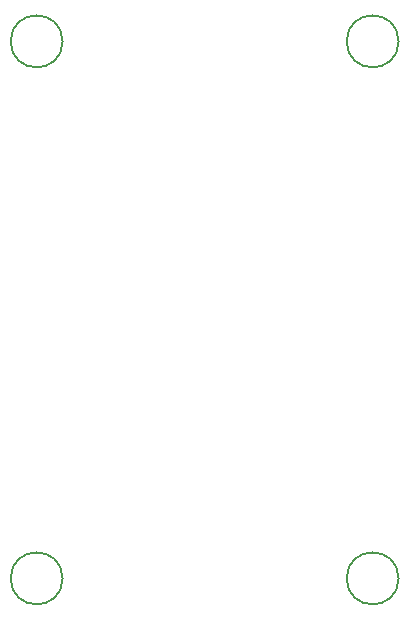
<source format=gbr>
%TF.GenerationSoftware,KiCad,Pcbnew,6.0.10-86aedd382b~118~ubuntu22.04.1*%
%TF.CreationDate,2023-02-09T07:40:42+01:00*%
%TF.ProjectId,mainBoard,6d61696e-426f-4617-9264-2e6b69636164,rev?*%
%TF.SameCoordinates,Original*%
%TF.FileFunction,Other,Comment*%
%FSLAX46Y46*%
G04 Gerber Fmt 4.6, Leading zero omitted, Abs format (unit mm)*
G04 Created by KiCad (PCBNEW 6.0.10-86aedd382b~118~ubuntu22.04.1) date 2023-02-09 07:40:42*
%MOMM*%
%LPD*%
G01*
G04 APERTURE LIST*
%ADD10C,0.150000*%
G04 APERTURE END LIST*
D10*
%TO.C,H2*%
X85512000Y-97536000D02*
G75*
G03*
X85512000Y-97536000I-2200000J0D01*
G01*
%TO.C,H1*%
X85512000Y-52070000D02*
G75*
G03*
X85512000Y-52070000I-2200000J0D01*
G01*
%TO.C,H4*%
X113960000Y-97536000D02*
G75*
G03*
X113960000Y-97536000I-2200000J0D01*
G01*
%TO.C,H3*%
X113960000Y-52070000D02*
G75*
G03*
X113960000Y-52070000I-2200000J0D01*
G01*
%TD*%
M02*

</source>
